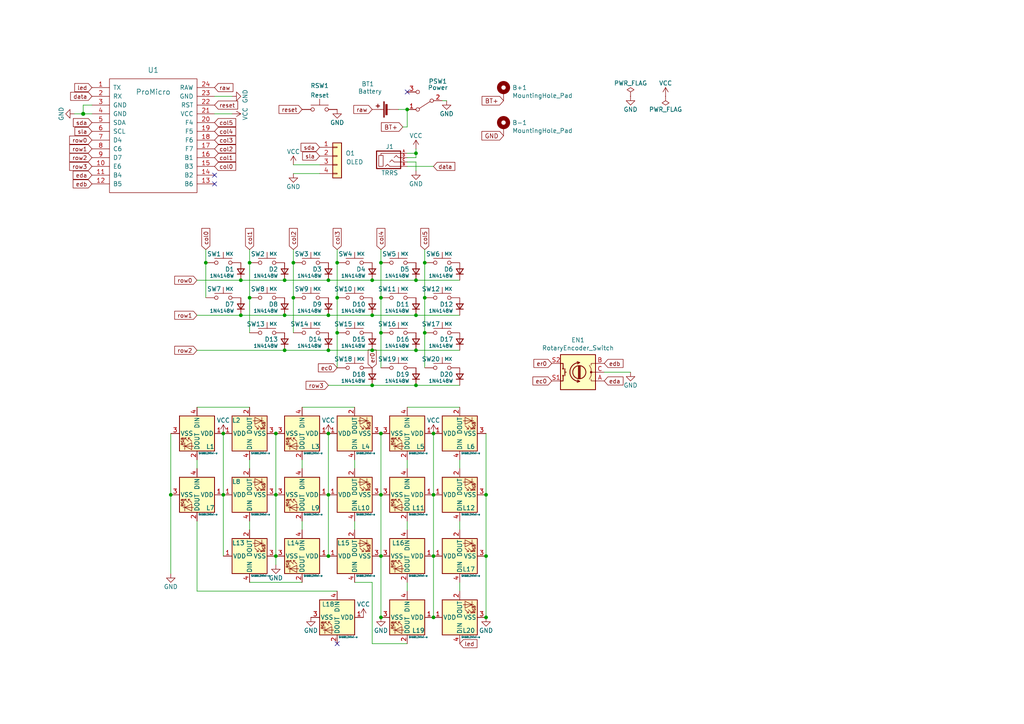
<source format=kicad_sch>
(kicad_sch (version 20211123) (generator eeschema)
  (paper "A4")
  (title_block (title "Hopper-mx") (date "2022-09-19") (rev "0.0.1"))
  (lib_symbols
    (symbol "Connector_Generic:Conn_01x04" (pin_names (offset 1.016) hide)
      (property "Reference" "J" (at 0 5.08 0))
      (property "Value" "Conn_01x04" (at 0 -7.62 0))
      (symbol "Conn_01x04_1_1"
        (rectangle (start -1.27 -4.953) (end 0 -5.207) (stroke (width 0.1524)))
        (rectangle (start -1.27 -2.413) (end 0 -2.667) (stroke (width 0.1524)))
        (rectangle (start -1.27 0.127) (end 0 -0.127) (stroke (width 0.1524)))
        (rectangle (start -1.27 2.667) (end 0 2.413) (stroke (width 0.1524)))
        (rectangle (start -1.27 3.81) (end 1.27 -6.35) (stroke (width 0.254)) (fill (type background)))
        (pin passive line (at -5.08 2.54 0) (length 3.81) (name "Pin_1") (number "1"))
        (pin passive line (at -5.08 0 0) (length 3.81) (name "Pin_2") (number "2"))
        (pin passive line (at -5.08 -2.54 0) (length 3.81) (name "Pin_3") (number "3"))
        (pin passive line (at -5.08 -5.08 0) (length 3.81) (name "Pin_4") (number "4"))
      )
    )
    (symbol "Device:Battery_Cell" (pin_numbers hide) (pin_names (offset 0) hide)
      (property "Reference" "BT" (at 2.54 2.54 0))
      (property "Value" "Battery_Cell" (at 2.54 0 0))
      (symbol "Battery_Cell_0_1"
        (rectangle (start -2.286 1.778) (end 2.286 1.524) (fill (type outline)))
        (rectangle (start -1.5748 1.1938) (end 1.4732 0.6858) (fill (type outline)))
        (polyline (pts (xy 0 0.762) (xy 0 0)))
        (polyline (pts (xy 0 1.778) (xy 0 2.54)))
        (polyline (pts (xy 0.508 3.429) (xy 1.524 3.429)) (stroke (width 0.254)))
        (polyline (pts (xy 1.016 3.937) (xy 1.016 2.921)) (stroke (width 0.254)))
      )
      (symbol "Battery_Cell_1_1"
        (pin passive line (at 0 5.08 270) (length 2.54) (name "+") (number "1"))
        (pin passive line (at 0 -2.54 90) (length 2.54) (name "-") (number "2"))
      )
    )
    (symbol "Device:D_Small" (pin_numbers hide) (pin_names (offset 0.254) hide)
      (property "Reference" "D" (at -1.27 2.032 0))
      (property "Value" "D_Small" (at -3.81 -2.032 0))
      (symbol "D_Small_0_1"
        (polyline (pts (xy -0.762 -1.016) (xy -0.762 1.016)) (stroke (width 0.254)))
        (polyline (pts (xy -0.762 0) (xy 0.762 0)))
        (polyline (pts (xy 0.762 -1.016) (xy -0.762 0) (xy 0.762 1.016) (xy 0.762 -1.016)) (stroke (width 0.254)))
      )
      (symbol "D_Small_1_1"
        (pin passive line (at -2.54 0 0) (length 1.778) (name "K") (number "1"))
        (pin passive line (at 2.54 0 180) (length 1.778) (name "A") (number "2"))
      )
    )
    (symbol "Device:RotaryEncoder_Switch" (pin_names (offset 0.254) hide)
      (property "Reference" "SW" (at 0 6.604 0))
      (property "Value" "Device_RotaryEncoder_Switch" (at 0 -6.604 0))
      (symbol "RotaryEncoder_Switch_0_1"
        (rectangle (start -5.08 5.08) (end 5.08 -5.08) (stroke (width 0.254)) (fill (type background)))
        (circle (center -3.81 0) (radius 0.254) (fill (type outline)))
        (arc (start -0.381 -2.794) (mid 2.3622 -0.0635) (end -0.381 2.667) (stroke (width 0.254)))
        (circle (center -0.381 0) (radius 1.905) (stroke (width 0.254)))
        (polyline (pts (xy -0.635 -1.778) (xy -0.635 1.778)) (stroke (width 0.254)))
        (polyline (pts (xy -0.381 -1.778) (xy -0.381 1.778)) (stroke (width 0.254)))
        (polyline (pts (xy -0.127 1.778) (xy -0.127 -1.778)) (stroke (width 0.254)))
        (polyline (pts (xy 3.81 0) (xy 3.429 0)) (stroke (width 0.254)))
        (polyline (pts (xy 3.81 1.016) (xy 3.81 -1.016)) (stroke (width 0.254)))
        (polyline (pts (xy -5.08 -2.54) (xy -3.81 -2.54) (xy -3.81 -2.032)))
        (polyline (pts (xy -5.08 2.54) (xy -3.81 2.54) (xy -3.81 2.032)))
        (polyline (pts (xy 0.254 -3.048) (xy -0.508 -2.794) (xy 0.127 -2.413)) (stroke (width 0.254)))
        (polyline (pts (xy 0.254 2.921) (xy -0.508 2.667) (xy 0.127 2.286)) (stroke (width 0.254)))
        (polyline (pts (xy 5.08 -2.54) (xy 4.318 -2.54) (xy 4.318 -1.016)) (stroke (width 0.254)))
        (polyline (pts (xy 5.08 2.54) (xy 4.318 2.54) (xy 4.318 1.016)) (stroke (width 0.254)))
        (polyline (pts (xy -5.08 0) (xy -3.81 0) (xy -3.81 -1.016) (xy -3.302 -2.032)))
        (polyline (pts (xy -4.318 0) (xy -3.81 0) (xy -3.81 1.016) (xy -3.302 2.032)))
        (circle (center 4.318 -1.016) (radius 0.127) (stroke (width 0.254)))
        (circle (center 4.318 1.016) (radius 0.127) (stroke (width 0.254)))
      )
      (symbol "RotaryEncoder_Switch_1_1"
        (pin passive line (at -7.62 2.54 0) (length 2.54) (name "A") (number "A"))
        (pin passive line (at -7.62 -2.54 0) (length 2.54) (name "B") (number "B"))
        (pin passive line (at -7.62 0 0) (length 2.54) (name "C") (number "C"))
        (pin passive line (at 7.62 2.54 180) (length 2.54) (name "S1") (number "S1"))
        (pin passive line (at 7.62 -2.54 180) (length 2.54) (name "S2") (number "S2"))
      )
    )
    (symbol "Mechanical:MountingHole_Pad" (pin_numbers hide) (pin_names (offset 1.016) hide)
      (property "Reference" "H" (at 0 6.35 0))
      (property "Value" "MountingHole_Pad" (at 0 4.445 0))
      (symbol "MountingHole_Pad_0_1"
        (circle (center 0 1.27) (radius 1.27) (stroke (width 1.27)))
      )
      (symbol "MountingHole_Pad_1_1"
        (pin input line (at 0 -2.54 90) (length 2.54) (name "1") (number "1"))
      )
    )
    (symbol "Switch:SW_Push" (pin_numbers hide) (pin_names (offset 1.016) hide)
      (property "Reference" "SW" (at 1.27 2.54 0))
      (property "Value" "SW_Push" (at 0 -1.524 0))
      (symbol "SW_Push_0_1"
        (circle (center -2.032 0) (radius 0.508))
        (polyline (pts (xy 0 1.27) (xy 0 3.048)))
        (polyline (pts (xy 2.54 1.27) (xy -2.54 1.27)))
        (circle (center 2.032 0) (radius 0.508))
        (pin passive line (at -5.08 0 0) (length 2.54) (name "1") (number "1"))
        (pin passive line (at 5.08 0 180) (length 2.54) (name "2") (number "2"))
      )
    )
    (symbol "Switch:SW_SPDT" (pin_names (offset 0) hide)
      (property "Reference" "SW" (at 0 4.318 0))
      (property "Value" "SW_SPDT" (at 0 -5.08 0))
      (symbol "SW_SPDT_0_0"
        (circle (center -2.032 0) (radius 0.508))
        (circle (center 2.032 -2.54) (radius 0.508))
      )
      (symbol "SW_SPDT_0_1"
        (polyline (pts (xy -1.524 0.254) (xy 1.651 2.286)))
        (circle (center 2.032 2.54) (radius 0.508))
      )
      (symbol "SW_SPDT_1_1"
        (pin passive line (at 5.08 2.54 180) (length 2.54) (name "A") (number "1"))
        (pin passive line (at -5.08 0 0) (length 2.54) (name "B") (number "2"))
        (pin passive line (at 5.08 -2.54 180) (length 2.54) (name "C") (number "3"))
      )
    )
    (symbol "power:GND" (power) (pin_names (offset 0))
      (property "Value" "GND" (at 0 -3.81 0))
      (symbol "GND_0_1"
        (polyline (pts (xy 0 0) (xy 0 -1.27) (xy 1.27 -1.27) (xy 0 -2.54) (xy -1.27 -1.27) (xy 0 -1.27)))
      )
      (symbol "GND_1_1"
        (pin power_in line (at 0 0 270) (length 0) hide (name "GND") (number "1"))
      )
    )
    (symbol "power:PWR_FLAG" (power) (pin_numbers hide) (pin_names (offset 0) hide)
      (property "Value" "PWR_FLAG" (at 0 3.81 0))
      (symbol "PWR_FLAG_0_0"
        (pin power_out line (at 0 0 90) (length 0) (name "pwr") (number "1"))
      )
      (symbol "PWR_FLAG_0_1"
        (polyline (pts (xy 0 0) (xy 0 1.27) (xy -1.016 1.905) (xy 0 2.54) (xy 1.016 1.905) (xy 0 1.27)))
      )
    )
    (symbol "power:VCC" (power) (pin_names (offset 0))
      (property "Value" "VCC" (at 0 3.81 0))
      (symbol "VCC_0_1"
        (polyline (pts (xy -0.762 1.27) (xy 0 2.54)))
        (polyline (pts (xy 0 0) (xy 0 2.54)))
        (polyline (pts (xy 0 2.54) (xy 0.762 1.27)))
      )
      (symbol "VCC_1_1"
        (pin power_in line (at 0 0 90) (length 0) hide (name "VCC") (number "1"))
      )
    )
    (symbol "swoop:MJ-4PP-9-kbd-corne-light-rescue" (pin_names (offset 1.016))
      (property "Reference" "J" (at 0 3.81 0))
      (property "Value" "MJ-4PP-9-kbd-corne-light-rescue" (at 0 -3.81 0))
      (symbol "MJ-4PP-9-kbd-corne-light-rescue_0_1"
        (rectangle (start -1.905 -1.905) (end -3.175 1.27))
        (polyline (pts (xy -2.54 1.27) (xy -2.54 1.905) (xy 3.175 1.905)))
        (polyline (pts (xy -1.27 -1.905) (xy -0.635 -1.27) (xy 0 -1.905) (xy 3.175 -1.905)))
        (polyline (pts (xy 0 -0.635) (xy 0.635 0) (xy 1.27 -0.635) (xy 3.175 -0.635)))
        (polyline (pts (xy 1.27 0.635) (xy 1.905 1.27) (xy 2.54 0.635) (xy 3.175 0.635)))
        (rectangle (start 3.175 2.54) (end -3.81 -2.54) (stroke (width 0.3048)))
      )
      (symbol "MJ-4PP-9-kbd-corne-light-rescue_1_1"
        (pin input line (at 5.08 1.905 180) (length 2.0066) (name "~") (number "A"))
        (pin input line (at 5.08 -1.905 180) (length 2.0066) (name "~") (number "B"))
        (pin input line (at 5.08 -0.635 180) (length 2.0066) (name "~") (number "C"))
        (pin input line (at 5.08 0.635 180) (length 2.0066) (name "~") (number "D"))
      )
    )
    (symbol "swoop:ProMicro-kbd-corne-light-rescue" (pin_names (offset 1.016))
      (property "Reference" "U" (at 0 24.13 0))
      (property "Value" "ProMicro-kbd-corne-light-rescue" (at 0 -13.97 0))
      (symbol "ProMicro-kbd-corne-light-rescue_0_1"
        (rectangle (start -12.7 21.59) (end 12.7 -11.43))
      )
      (symbol "ProMicro-kbd-corne-light-rescue_1_1"
        (pin bidirectional line (at -17.78 19.05 0) (length 5.08) (name "TX") (number "1"))
        (pin bidirectional line (at -17.78 -3.81 0) (length 5.08) (name "E6") (number "10"))
        (pin bidirectional line (at -17.78 -6.35 0) (length 5.08) (name "B4") (number "11"))
        (pin bidirectional line (at -17.78 -8.89 0) (length 5.08) (name "B5") (number "12"))
        (pin bidirectional line (at 17.78 -8.89 180) (length 5.08) (name "B6") (number "13"))
        (pin bidirectional line (at 17.78 -6.35 180) (length 5.08) (name "B2") (number "14"))
        (pin bidirectional line (at 17.78 -3.81 180) (length 5.08) (name "B3") (number "15"))
        (pin bidirectional line (at 17.78 -1.27 180) (length 5.08) (name "B1") (number "16"))
        (pin bidirectional line (at 17.78 1.27 180) (length 5.08) (name "F7") (number "17"))
        (pin bidirectional line (at 17.78 3.81 180) (length 5.08) (name "F6") (number "18"))
        (pin bidirectional line (at 17.78 6.35 180) (length 5.08) (name "F5") (number "19"))
        (pin bidirectional line (at -17.78 16.51 0) (length 5.08) (name "RX") (number "2"))
        (pin bidirectional line (at 17.78 8.89 180) (length 5.08) (name "F4") (number "20"))
        (pin power_in line (at 17.78 11.43 180) (length 5.08) (name "VCC") (number "21"))
        (pin input line (at 17.78 13.97 180) (length 5.08) (name "RST") (number "22"))
        (pin power_in line (at 17.78 16.51 180) (length 5.08) (name "GND") (number "23"))
        (pin power_out line (at 17.78 19.05 180) (length 5.08) (name "RAW") (number "24"))
        (pin power_in line (at -17.78 13.97 0) (length 5.08) (name "GND") (number "3"))
        (pin power_in line (at -17.78 11.43 0) (length 5.08) (name "GND") (number "4"))
        (pin bidirectional line (at -17.78 8.89 0) (length 5.08) (name "SDA") (number "5"))
        (pin bidirectional line (at -17.78 6.35 0) (length 5.08) (name "SCL") (number "6"))
        (pin bidirectional line (at -17.78 3.81 0) (length 5.08) (name "D4") (number "7"))
        (pin bidirectional line (at -17.78 1.27 0) (length 5.08) (name "C6") (number "8"))
        (pin bidirectional line (at -17.78 -1.27 0) (length 5.08) (name "D7") (number "9"))
      )
    )
    (symbol "swoop:SK6812MINI-E" (pin_names (offset 0.254))
      (property "Reference" "L1" (at -4.699 3.81 90))
      (property "Value" "SK6812MINI-E" (at 2.921 -5.715 90))
      (symbol "SK6812MINI-E_0_0"
        (text "RGB" (at 2.286 -4.191 0) (effects (font (size 0.762 0.762))))
      )
      (symbol "SK6812MINI-E_0_1"
        (polyline (pts (xy 1.27 -3.556) (xy 1.778 -3.556)))
        (polyline (pts (xy 1.27 -2.54) (xy 1.778 -2.54)))
        (polyline (pts (xy 4.699 -3.556) (xy 2.667 -3.556)))
        (polyline (pts (xy 2.286 -2.54) (xy 1.27 -3.556) (xy 1.27 -3.048)))
        (polyline (pts (xy 2.286 -1.524) (xy 1.27 -2.54) (xy 1.27 -2.032)))
        (polyline (pts (xy 3.683 -1.016) (xy 3.683 -3.556) (xy 3.683 -4.064)))
        (polyline (pts (xy 4.699 -1.524) (xy 2.667 -1.524) (xy 3.683 -3.556) (xy 4.699 -1.524)))
        (rectangle (start 5.08 5.08) (end -5.08 -5.08) (stroke (width 0.254)) (fill (type background)))
      )
      (symbol "SK6812MINI-E_1_1"
        (pin power_in line (at 0 7.62 270) (length 2.54) (name "VDD") (number "1"))
        (pin output line (at 7.62 0 180) (length 2.54) (name "DOUT") (number "2"))
        (pin power_in line (at 0 -7.62 90) (length 2.54) (name "VSS") (number "3"))
        (pin input line (at -7.62 0 0) (length 2.54) (name "DIN") (number "4"))
      )
    )
  )
  (junction (at 125.73 161.29))
  (junction (at 72.39 86.36))
  (junction (at 95.25 125.73))
  (junction (at 82.55 81.28))
  (junction (at 140.97 143.51))
  (junction (at 97.79 76.2))
  (junction (at 110.49 161.29))
  (junction (at 140.97 179.07))
  (junction (at 97.79 86.36))
  (junction (at 120.65 81.28))
  (junction (at 110.49 143.51))
  (junction (at 80.01 161.29))
  (junction (at 49.53 143.51))
  (junction (at 80.01 143.51))
  (junction (at 110.49 179.07))
  (junction (at 64.77 125.73))
  (junction (at 110.49 125.73))
  (junction (at 64.77 143.51))
  (junction (at 95.25 91.44))
  (junction (at 120.65 101.6))
  (junction (at 97.79 96.52))
  (junction (at 107.95 111.76))
  (junction (at 120.65 111.76))
  (junction (at 95.25 101.6))
  (junction (at 123.19 76.2))
  (junction (at 82.55 91.44))
  (junction (at 107.95 101.6))
  (junction (at 123.19 96.52))
  (junction (at 24.13 33.02) (diameter 1.016))
  (junction (at 85.09 76.2))
  (junction (at 125.73 179.07))
  (junction (at 82.55 101.6))
  (junction (at 120.65 44.45))
  (junction (at 85.09 86.36))
  (junction (at 110.49 86.36))
  (junction (at 95.25 161.29))
  (junction (at 72.39 76.2))
  (junction (at 59.69 76.2))
  (junction (at 110.49 76.2))
  (junction (at 69.85 81.28))
  (junction (at 95.25 143.51))
  (junction (at 140.97 161.29))
  (junction (at 123.19 86.36))
  (junction (at 107.95 81.28))
  (junction (at 125.73 125.73))
  (junction (at 120.65 91.44))
  (junction (at 107.95 91.44))
  (junction (at 69.85 91.44))
  (junction (at 110.49 96.52))
  (junction (at 80.01 125.73))
  (junction (at 95.25 81.28))
  (junction (at 125.73 143.51))
  (junction (at 118.11 31.75))
  (no_connect (at 118.11 26.67))
  (no_connect (at 62.23 53.34))
  (no_connect (at 97.79 186.69))
  (no_connect (at 62.23 50.8))
  (wire (pts (xy 118.11 45.72) (xy 120.65 45.72)))
  (wire (pts (xy 123.19 76.2) (xy 123.19 86.36)))
  (wire (pts (xy 85.09 76.2) (xy 85.09 86.36)))
  (wire (pts (xy 85.09 86.36) (xy 85.09 96.52)))
  (wire (pts (xy 85.09 72.39) (xy 85.09 76.2)))
  (wire (pts (xy 72.39 72.39) (xy 72.39 76.2)))
  (wire (pts (xy 72.39 76.2) (xy 72.39 86.36)))
  (wire (pts (xy 72.39 86.36) (xy 72.39 96.52)))
  (wire (pts (xy 64.77 143.51) (xy 64.77 161.29)))
  (wire (pts (xy 123.19 96.52) (xy 123.19 106.68)))
  (wire (pts (xy 125.73 143.51) (xy 125.73 161.29)))
  (wire (pts (xy 72.39 133.35) (xy 72.39 135.89)))
  (wire (pts (xy 62.23 27.94) (xy 67.31 27.94)))
  (wire (pts (xy 95.25 111.76) (xy 107.95 111.76)))
  (wire (pts (xy 80.01 161.29) (xy 80.01 163.83)))
  (wire (pts (xy 107.95 168.91) (xy 102.87 168.91)))
  (wire (pts (xy 95.25 143.51) (xy 95.25 161.29)))
  (wire (pts (xy 102.87 151.13) (xy 102.87 153.67)))
  (wire (pts (xy 95.25 125.73) (xy 95.25 143.51)))
  (wire (pts (xy 110.49 143.51) (xy 110.49 161.29)))
  (wire (pts (xy 80.01 125.73) (xy 80.01 143.51)))
  (wire (pts (xy 107.95 186.69) (xy 107.95 168.91)))
  (wire (pts (xy 125.73 161.29) (xy 125.73 179.07)))
  (wire (pts (xy 120.65 46.99) (xy 120.65 49.53)))
  (wire (pts (xy 140.97 143.51) (xy 140.97 161.29)))
  (wire (pts (xy 102.87 133.35) (xy 102.87 135.89)))
  (wire (pts (xy 118.11 118.11) (xy 133.35 118.11)))
  (wire (pts (xy 62.23 33.02) (xy 67.31 33.02)))
  (wire (pts (xy 120.65 101.6) (xy 133.35 101.6)))
  (wire (pts (xy 140.97 161.29) (xy 140.97 179.07)))
  (wire (pts (xy 97.79 96.52) (xy 97.79 106.68)))
  (wire (pts (xy 24.13 33.02) (xy 26.67 33.02)))
  (wire (pts (xy 97.79 86.36) (xy 97.79 96.52)))
  (wire (pts (xy 97.79 72.39) (xy 97.79 76.2)))
  (wire (pts (xy 97.79 76.2) (xy 97.79 86.36)))
  (wire (pts (xy 82.55 101.6) (xy 95.25 101.6)))
  (wire (pts (xy 95.25 101.6) (xy 107.95 101.6)))
  (wire (pts (xy 107.95 101.6) (xy 120.65 101.6)))
  (wire (pts (xy 57.15 101.6) (xy 82.55 101.6)))
  (wire (pts (xy 64.77 125.73) (xy 64.77 143.51)))
  (wire (pts (xy 69.85 91.44) (xy 82.55 91.44)))
  (wire (pts (xy 82.55 91.44) (xy 95.25 91.44)))
  (wire (pts (xy 107.95 91.44) (xy 120.65 91.44)))
  (wire (pts (xy 95.25 91.44) (xy 107.95 91.44)))
  (wire (pts (xy 26.67 30.48) (xy 24.13 30.48)))
  (wire (pts (xy 57.15 133.35) (xy 57.15 135.89)))
  (wire (pts (xy 87.63 118.11) (xy 102.87 118.11)))
  (wire (pts (xy 120.65 111.76) (xy 133.35 111.76)))
  (wire (pts (xy 69.85 81.28) (xy 82.55 81.28)))
  (wire (pts (xy 82.55 81.28) (xy 95.25 81.28)))
  (wire (pts (xy 107.95 81.28) (xy 120.65 81.28)))
  (wire (pts (xy 57.15 81.28) (xy 69.85 81.28)))
  (wire (pts (xy 95.25 81.28) (xy 107.95 81.28)))
  (wire (pts (xy 49.53 125.73) (xy 49.53 143.51)))
  (wire (pts (xy 107.95 111.76) (xy 120.65 111.76)))
  (wire (pts (xy 123.19 86.36) (xy 123.19 96.52)))
  (wire (pts (xy 85.09 47.8005) (xy 92.71 47.8005)))
  (wire (pts (xy 24.13 30.48) (xy 24.13 33.02)))
  (wire (pts (xy 140.97 125.73) (xy 140.97 143.51)))
  (wire (pts (xy 118.11 44.45) (xy 120.65 44.45)))
  (wire (pts (xy 118.11 36.83) (xy 118.11 31.75)))
  (wire (pts (xy 107.95 186.69) (xy 118.11 186.69)))
  (wire (pts (xy 118.11 48.26) (xy 125.73 48.26)))
  (wire (pts (xy 120.65 81.28) (xy 133.35 81.28)))
  (wire (pts (xy 115.57 31.75) (xy 118.11 31.75)))
  (wire (pts (xy 110.49 125.73) (xy 110.49 143.51)))
  (wire (pts (xy 133.35 151.13) (xy 133.35 153.67)))
  (wire (pts (xy 175.26 107.95) (xy 182.88 107.95)))
  (wire (pts (xy 87.63 133.35) (xy 87.63 135.89)))
  (wire (pts (xy 21.59 33.02) (xy 24.13 33.02)))
  (wire (pts (xy 118.11 151.13) (xy 118.11 153.67)))
  (wire (pts (xy 118.11 168.91) (xy 118.11 171.45)))
  (wire (pts (xy 118.11 133.35) (xy 118.11 135.89)))
  (wire (pts (xy 125.73 125.73) (xy 125.73 143.51)))
  (wire (pts (xy 59.69 76.2) (xy 59.69 86.36)))
  (wire (pts (xy 59.69 72.39) (xy 59.69 76.2)))
  (wire (pts (xy 110.49 96.52) (xy 110.49 106.68)))
  (wire (pts (xy 85.09 50.3405) (xy 92.71 50.3405)))
  (wire (pts (xy 49.53 143.51) (xy 49.53 166.37)))
  (wire (pts (xy 118.11 46.99) (xy 120.65 46.99)))
  (wire (pts (xy 123.19 72.39) (xy 123.19 76.2)))
  (wire (pts (xy 133.35 168.91) (xy 133.35 171.45)))
  (wire (pts (xy 120.65 45.72) (xy 120.65 44.45)))
  (wire (pts (xy 120.65 44.45) (xy 120.65 43.18)))
  (wire (pts (xy 57.15 151.13) (xy 57.15 171.45)))
  (wire (pts (xy 57.15 91.44) (xy 69.85 91.44)))
  (wire (pts (xy 128.27 29.21) (xy 129.54 29.21)))
  (wire (pts (xy 80.01 143.51) (xy 80.01 161.29)))
  (wire (pts (xy 87.63 151.13) (xy 87.63 153.67)))
  (wire (pts (xy 110.49 161.29) (xy 110.49 179.07)))
  (wire (pts (xy 120.65 91.44) (xy 133.35 91.44)))
  (wire (pts (xy 110.49 86.36) (xy 110.49 96.52)))
  (wire (pts (xy 110.49 72.39) (xy 110.49 76.2)))
  (wire (pts (xy 110.49 76.2) (xy 110.49 86.36)))
  (wire (pts (xy 133.35 133.35) (xy 133.35 135.89)))
  (wire (pts (xy 116.84 36.83) (xy 118.11 36.83)))
  (wire (pts (xy 72.39 168.91) (xy 87.63 168.91)))
  (wire (pts (xy 57.15 118.11) (xy 72.39 118.11)))
  (wire (pts (xy 72.39 151.13) (xy 72.39 153.67)))
  (wire (pts (xy 57.15 171.45) (xy 97.79 171.45)))
  (global_label "row2" (shape input) (at 26.67 45.72 180) (effects (font (size 1.1938 1.1938))) (property "Intersheet References" "${INTERSHEET_REFS}" (effects hide)))
  (global_label "raw" (shape input) (at 62.23 25.4 0) (effects (font (size 1.1938 1.1938))) (property "Intersheet References" "${INTERSHEET_REFS}" (effects hide)))
  (global_label "led" (shape input) (at 133.35 186.69 0) (effects (font (size 1.1938 1.1938))) (property "Intersheet References" "${INTERSHEET_REFS}" (effects hide)))
  (global_label "GND" (shape input) (at 146.05 39.37 180) (property "Intersheet References" "${INTERSHEET_REFS}" (effects hide)))
  (global_label "er0" (shape input) (at 160.02 105.41 180) (effects (font (size 1.1938 1.1938))) (property "Intersheet References" "${INTERSHEET_REFS}" (effects hide)))
  (global_label "row3" (shape input) (at 26.67 48.26 180) (effects (font (size 1.1938 1.1938))) (property "Intersheet References" "${INTERSHEET_REFS}" (effects hide)))
  (global_label "reset" (shape input) (at 62.23 30.48 0) (effects (font (size 1.1938 1.1938))) (property "Intersheet References" "${INTERSHEET_REFS}" (effects hide)))
  (global_label "ec0" (shape input) (at 160.02 110.49 180) (effects (font (size 1.1938 1.1938))) (property "Intersheet References" "${INTERSHEET_REFS}" (effects hide)))
  (global_label "ec0" (shape input) (at 97.79 106.68 180) (effects (font (size 1.1938 1.1938))) (property "Intersheet References" "${INTERSHEET_REFS}" (effects hide)))
  (global_label "row3" (shape input) (at 95.25 111.76 180) (effects (font (size 1.1938 1.1938))) (property "Intersheet References" "${INTERSHEET_REFS}" (effects hide)))
  (global_label "eda" (shape input) (at 26.67 50.8 180) (effects (font (size 1.1938 1.1938))) (property "Intersheet References" "${INTERSHEET_REFS}" (effects hide)))
  (global_label "sla" (shape input) (at 92.71 45.2605 180) (effects (font (size 1.1938 1.1938))) (property "Intersheet References" "${INTERSHEET_REFS}" (effects hide)))
  (global_label "row2" (shape input) (at 57.15 101.6 180) (effects (font (size 1.1938 1.1938))) (property "Intersheet References" "${INTERSHEET_REFS}" (effects hide)))
  (global_label "sla" (shape input) (at 26.67 38.1 180) (effects (font (size 1.1938 1.1938))) (property "Intersheet References" "${INTERSHEET_REFS}" (effects hide)))
  (global_label "sda" (shape input) (at 92.71 42.7205 180) (effects (font (size 1.1938 1.1938))) (property "Intersheet References" "${INTERSHEET_REFS}" (effects hide)))
  (global_label "col1" (shape input) (at 62.23 45.72 0) (effects (font (size 1.1938 1.1938))) (property "Intersheet References" "${INTERSHEET_REFS}" (effects hide)))
  (global_label "col1" (shape input) (at 72.39 72.39 90) (effects (font (size 1.1938 1.1938))) (property "Intersheet References" "${INTERSHEET_REFS}" (effects hide)))
  (global_label "er0" (shape input) (at 107.95 106.68 90) (effects (font (size 1.1938 1.1938))) (property "Intersheet References" "${INTERSHEET_REFS}" (effects hide)))
  (global_label "raw" (shape input) (at 107.95 31.75 180) (effects (font (size 1.1938 1.1938))) (property "Intersheet References" "${INTERSHEET_REFS}" (effects hide)))
  (global_label "col3" (shape input) (at 62.23 40.64 0) (effects (font (size 1.1938 1.1938))) (property "Intersheet References" "${INTERSHEET_REFS}" (effects hide)))
  (global_label "col2" (shape input) (at 62.23 43.18 0) (effects (font (size 1.1938 1.1938))) (property "Intersheet References" "${INTERSHEET_REFS}" (effects hide)))
  (global_label "led" (shape input) (at 26.67 25.4 180) (effects (font (size 1.1938 1.1938))) (property "Intersheet References" "${INTERSHEET_REFS}" (effects hide)))
  (global_label "col2" (shape input) (at 85.09 72.39 90) (effects (font (size 1.1938 1.1938))) (property "Intersheet References" "${INTERSHEET_REFS}" (effects hide)))
  (global_label "edb" (shape input) (at 26.67 53.34 180) (effects (font (size 1.1938 1.1938))) (property "Intersheet References" "${INTERSHEET_REFS}" (effects hide)))
  (global_label "data" (shape input) (at 26.67 27.94 180) (effects (font (size 1.1938 1.1938))) (property "Intersheet References" "${INTERSHEET_REFS}" (effects hide)))
  (global_label "edb" (shape input) (at 175.26 105.41 0) (effects (font (size 1.1938 1.1938))) (property "Intersheet References" "${INTERSHEET_REFS}" (effects hide)))
  (global_label "col3" (shape input) (at 97.79 72.39 90) (effects (font (size 1.1938 1.1938))) (property "Intersheet References" "${INTERSHEET_REFS}" (effects hide)))
  (global_label "col5" (shape input) (at 123.19 72.39 90) (effects (font (size 1.1938 1.1938))) (property "Intersheet References" "${INTERSHEET_REFS}" (effects hide)))
  (global_label "row1" (shape input) (at 26.67 43.18 180) (effects (font (size 1.1938 1.1938))) (property "Intersheet References" "${INTERSHEET_REFS}" (effects hide)))
  (global_label "col5" (shape input) (at 62.23 35.56 0) (effects (font (size 1.1938 1.1938))) (property "Intersheet References" "${INTERSHEET_REFS}" (effects hide)))
  (global_label "sda" (shape input) (at 26.67 35.56 180) (effects (font (size 1.1938 1.1938))) (property "Intersheet References" "${INTERSHEET_REFS}" (effects hide)))
  (global_label "col4" (shape input) (at 110.49 72.39 90) (effects (font (size 1.1938 1.1938))) (property "Intersheet References" "${INTERSHEET_REFS}" (effects hide)))
  (global_label "col0" (shape input) (at 59.69 72.39 90) (effects (font (size 1.1938 1.1938))) (property "Intersheet References" "${INTERSHEET_REFS}" (effects hide)))
  (global_label "reset" (shape input) (at 87.63 31.75 180) (effects (font (size 1.1938 1.1938))) (property "Intersheet References" "${INTERSHEET_REFS}" (effects hide)))
  (global_label "row0" (shape input) (at 57.15 81.28 180) (effects (font (size 1.1938 1.1938))) (property "Intersheet References" "${INTERSHEET_REFS}" (effects hide)))
  (global_label "data" (shape input) (at 125.73 48.26 0) (effects (font (size 1.1938 1.1938))) (property "Intersheet References" "${INTERSHEET_REFS}" (effects hide)))
  (global_label "col0" (shape input) (at 62.23 48.26 0) (effects (font (size 1.1938 1.1938))) (property "Intersheet References" "${INTERSHEET_REFS}" (effects hide)))
  (global_label "col4" (shape input) (at 62.23 38.1 0) (effects (font (size 1.1938 1.1938))) (property "Intersheet References" "${INTERSHEET_REFS}" (effects hide)))
  (global_label "row0" (shape input) (at 26.67 40.64 180) (effects (font (size 1.1938 1.1938))) (property "Intersheet References" "${INTERSHEET_REFS}" (effects hide)))
  (global_label "BT+" (shape input) (at 146.05 29.21 180) (property "Intersheet References" "${INTERSHEET_REFS}" (effects hide)))
  (global_label "row1" (shape input) (at 57.15 91.44 180) (effects (font (size 1.1938 1.1938))) (property "Intersheet References" "${INTERSHEET_REFS}" (effects hide)))
  (global_label "BT+" (shape input) (at 116.84 36.83 180) (property "Intersheet References" "${INTERSHEET_REFS}" (effects hide)))
  (global_label "eda" (shape input) (at 175.26 110.49 0) (effects (font (size 1.1938 1.1938))) (property "Intersheet References" "${INTERSHEET_REFS}" (effects hide)))
  (symbol (lib_id "swoop:ProMicro-kbd-corne-light-rescue") (at 44.45 44.45 0) (unit 1)
    (property "Reference" "U1" (at 44.45 20.32 0) (effects (font (size 1.524 1.524))))
    (property "Value" "ProMicro" (at 44.45 26.67 0) (effects (font (size 1.524 1.524))))
    (property "Footprint" "swoop:ProMicro_jumpers" (effects hide))
  )
  (symbol (lib_id "power:GND") (at 67.31 27.94 90) (unit 1)
    (property "Reference" "#PWR03" (effects hide))
    (property "Value" "GND" (at 71.12 27.94 0))
  )
  (symbol (lib_id "power:VCC") (at 67.31 33.02 270) (unit 1)
    (property "Reference" "#PWR05" (effects hide))
    (property "Value" "VCC" (at 71.12 33.02 0))
  )
  (symbol (lib_id "power:GND") (at 21.59 33.02 270) (unit 1)
    (property "Reference" "#PWR04" (effects hide))
    (property "Value" "GND" (at 17.78 33.02 0))
  )
  (symbol (lib_id "power:GND") (at 182.88 27.94 0) (unit 1)
    (property "Reference" "#PWR01" (effects hide))
    (property "Value" "GND" (at 182.88 31.75 0))
  )
  (symbol (lib_id "power:VCC") (at 193.04 27.94 0) (unit 1)
    (property "Reference" "#PWR02" (effects hide))
    (property "Value" "VCC" (at 193.04 24.13 0))
  )
  (symbol (lib_id "power:PWR_FLAG") (at 193.04 27.94 180) (unit 1)
    (property "Reference" "#FLG02" (effects hide))
    (property "Value" "PWR_FLAG" (at 193.04 31.75 0))
  )
  (symbol (lib_id "power:PWR_FLAG") (at 182.88 27.94 0) (unit 1)
    (property "Reference" "#FLG01" (effects hide))
    (property "Value" "PWR_FLAG" (at 182.88 24.13 0))
  )
  (symbol (lib_id "power:VCC") (at 120.65 43.18 0) (unit 1)
    (property "Reference" "#PWR06" (effects hide))
    (property "Value" "VCC" (at 120.65 39.37 0))
  )
  (symbol (lib_id "power:GND") (at 120.65 49.53 0) (unit 1)
    (property "Reference" "#PWR08" (effects hide))
    (property "Value" "GND" (at 120.65 53.34 0))
  )
  (symbol (lib_id "swoop:MJ-4PP-9-kbd-corne-light-rescue") (at 113.03 46.355 0) (unit 1)
    (property "Reference" "J1" (at 113.03 42.545 0))
    (property "Value" "TRRS" (at 113.03 50.165 0))
    (property "Footprint" "swoop:TRRS-3pin" (effects hide))
  )
  (symbol (lib_id "Device:D_Small") (at 107.95 78.74 90) (unit 1)
    (property "Reference" "D4" (at 106.045 78.105 90) (effects (justify left)))
    (property "Value" " 1N4148W" (at 106.045 80.01 90) (effects (font (size 1 1)) (justify left)))
    (property "Footprint" "swoop:D_SMD_TH" (effects hide))
  )
  (symbol (lib_id "power:GND") (at 110.49 179.07 0) (unit 1)
    (property "Reference" "#PWR0103" (effects hide))
    (property "Value" "GND" (at 110.49 182.88 0))
  )
  (symbol (lib_id "Device:D_Small") (at 82.55 78.74 90) (unit 1)
    (property "Reference" "D2" (at 80.645 78.105 90) (effects (justify left)))
    (property "Value" " 1N4148W" (at 80.645 80.01 90) (effects (font (size 1 1)) (justify left)))
    (property "Footprint" "swoop:D_SMD_TH" (effects hide))
  )
  (symbol (lib_id "power:VCC") (at 95.25 125.73 0) (unit 1)
    (property "Reference" "#PWR0108" (effects hide))
    (property "Value" "VCC" (at 95.25 121.92 0))
  )
  (symbol (lib_id "Switch:SW_Push") (at 92.71 31.75 0) (unit 1)
    (property "Reference" "RSW1" (at 92.71 24.8625 0))
    (property "Value" "Reset" (at 92.71 27.6376 0))
    (property "Footprint" "swoop:Reset" (effects hide))
  )
  (symbol (lib_id "Device:D_Small") (at 69.85 88.9 90) (unit 1)
    (property "Reference" "D7" (at 67.945 88.265 90) (effects (justify left)))
    (property "Value" " 1N4148W" (at 67.945 90.17 90) (effects (font (size 1 1)) (justify left)))
    (property "Footprint" "swoop:D_SMD_TH" (effects hide))
  )
  (symbol (lib_id "swoop:SK6812MINI-E") (at 57.15 125.73 270) (unit 1)
    (property "Reference" "L1" (at 62.23 129.54 90) (effects (justify right)))
    (property "Value" "SK6812Mini-e" (at 60.325 131.445 90) (effects (font (size 0.5 0.5))))
    (property "Footprint" "swoop:SK6812_Mini_E" (effects hide))
    (property "JLCPCB BOM" "0" (effects hide))
  )
  (symbol (lib_id "swoop:SK6812MINI-E") (at 133.35 143.51 90) (unit 1)
    (property "Reference" "L12" (at 137.795 147.32 90) (effects (justify left)))
    (property "Value" "SK6812Mini-e" (at 136.525 149.225 90) (effects (font (size 0.5 0.5))))
    (property "Footprint" "swoop:SK6812_Mini_E" (effects hide))
    (property "JLCPCB BOM" "0" (effects hide))
  )
  (symbol (lib_id "Device:D_Small") (at 120.65 88.9 90) (unit 1)
    (property "Reference" "D11" (at 118.745 88.265 90) (effects (justify left)))
    (property "Value" " 1N4148W" (at 118.745 90.17 90) (effects (font (size 1 1)) (justify left)))
    (property "Footprint" "swoop:D_SMD_TH" (effects hide))
  )
  (symbol (lib_id "Device:D_Small") (at 95.25 88.9 90) (unit 1)
    (property "Reference" "D9" (at 93.345 88.265 90) (effects (justify left)))
    (property "Value" " 1N4148W" (at 93.345 90.17 90) (effects (font (size 1 1)) (justify left)))
    (property "Footprint" "swoop:D_SMD_TH" (effects hide))
  )
  (symbol (lib_id "power:GND") (at 129.54 29.21 0) (unit 1)
    (property "Reference" "#PWR0101" (effects hide))
    (property "Value" "GND" (at 129.54 33.02 0))
  )
  (symbol (lib_id "Switch:SW_Push") (at 128.27 96.52 0) (unit 1)
    (property "Reference" "SW17" (at 127.635 93.98 0) (effects (justify right)))
    (property "Value" "MX" (at 128.905 93.98 0) (effects (font (size 1 1)) (justify left)))
    (property "Footprint" "swoop:MX_socket_reversible" (effects hide))
  )
  (symbol (lib_id "Device:D_Small") (at 107.95 88.9 90) (unit 1)
    (property "Reference" "D10" (at 106.045 88.265 90) (effects (justify left)))
    (property "Value" " 1N4148W" (at 106.045 90.17 90) (effects (font (size 1 1)) (justify left)))
    (property "Footprint" "swoop:D_SMD_TH" (effects hide))
  )
  (symbol (lib_id "Switch:SW_Push") (at 64.77 76.2 0) (unit 1)
    (property "Reference" "SW1" (at 64.135 73.66 0) (effects (justify right)))
    (property "Value" "MX" (at 65.405 73.66 0) (effects (font (size 1 1)) (justify left)))
    (property "Footprint" "swoop:MX_socket_reversible" (effects hide))
  )
  (symbol (lib_id "swoop:SK6812MINI-E") (at 118.11 179.07 270) (unit 1)
    (property "Reference" "L19" (at 123.19 182.88 90) (effects (justify right)))
    (property "Value" "SK6812Mini-e" (at 121.285 184.785 90) (effects (font (size 0.5 0.5))))
    (property "Footprint" "swoop:SK6812_Mini_E" (effects hide))
    (property "JLCPCB BOM" "0" (effects hide))
  )
  (symbol (lib_id "Switch:SW_Push") (at 90.17 96.52 0) (unit 1)
    (property "Reference" "SW14" (at 89.535 93.98 0) (effects (justify right)))
    (property "Value" "MX" (at 90.805 93.98 0) (effects (font (size 1 1)) (justify left)))
    (property "Footprint" "swoop:MX_socket_reversible" (effects hide))
  )
  (symbol (lib_id "swoop:SK6812MINI-E") (at 102.87 125.73 90) (unit 1)
    (property "Reference" "L4" (at 107.315 129.54 90) (effects (justify left)))
    (property "Value" "SK6812Mini-e" (at 106.045 131.445 90) (effects (font (size 0.5 0.5))))
    (property "Footprint" "swoop:SK6812_Mini_E" (effects hide))
    (property "JLCPCB BOM" "0" (effects hide))
  )
  (symbol (lib_id "swoop:SK6812MINI-E") (at 57.15 143.51 270) (unit 1)
    (property "Reference" "L7" (at 62.23 147.32 90) (effects (justify right)))
    (property "Value" "SK6812Mini-e" (at 60.325 149.225 90) (effects (font (size 0.5 0.5))))
    (property "Footprint" "swoop:SK6812_Mini_E" (effects hide))
    (property "JLCPCB BOM" "0" (effects hide))
  )
  (symbol (lib_id "Switch:SW_Push") (at 128.27 106.68 0) (unit 1)
    (property "Reference" "SW20" (at 127.635 104.14 0) (effects (justify right)))
    (property "Value" "MX" (at 128.905 104.14 0) (effects (font (size 1 1)) (justify left)))
    (property "Footprint" "swoop:MX_socket_reversible" (effects hide))
  )
  (symbol (lib_id "Switch:SW_Push") (at 102.87 76.2 0) (unit 1)
    (property "Reference" "SW4" (at 102.235 73.66 0) (effects (justify right)))
    (property "Value" "MX" (at 103.505 73.66 0) (effects (font (size 1 1)) (justify left)))
    (property "Footprint" "swoop:MX_socket_reversible" (effects hide))
  )
  (symbol (lib_id "swoop:SK6812MINI-E") (at 133.35 125.73 90) (unit 1)
    (property "Reference" "L6" (at 137.795 129.54 90) (effects (justify left)))
    (property "Value" "SK6812Mini-e" (at 136.525 131.445 90) (effects (font (size 0.5 0.5))))
    (property "Footprint" "swoop:SK6812_Mini_E" (effects hide))
    (property "JLCPCB BOM" "0" (effects hide))
  )
  (symbol (lib_id "Mechanical:MountingHole_Pad") (at 146.05 26.67 0) (unit 1)
    (property "Reference" "B+1" (at 148.59 25.4254 0) (effects (justify left)))
    (property "Value" "MountingHole_Pad" (at 148.59 27.7368 0) (effects (justify left)))
    (property "Footprint" "keyboard-footprints-main:Bat+" (effects hide))
  )
  (symbol (lib_id "swoop:SK6812MINI-E") (at 87.63 125.73 270) (unit 1)
    (property "Reference" "L3" (at 92.71 129.54 90) (effects (justify right)))
    (property "Value" "SK6812Mini-e" (at 90.805 131.445 90) (effects (font (size 0.5 0.5))))
    (property "Footprint" "swoop:SK6812_Mini_E" (effects hide))
    (property "JLCPCB BOM" "0" (effects hide))
  )
  (symbol (lib_id "Device:D_Small") (at 133.35 109.22 90) (unit 1)
    (property "Reference" "D20" (at 131.445 108.585 90) (effects (justify left)))
    (property "Value" " 1N4148W" (at 131.445 110.49 90) (effects (font (size 1 1)) (justify left)))
    (property "Footprint" "swoop:D_SMD_TH" (effects hide))
  )
  (symbol (lib_id "swoop:SK6812MINI-E") (at 118.11 143.51 270) (unit 1)
    (property "Reference" "L11" (at 123.19 147.32 90) (effects (justify right)))
    (property "Value" "SK6812Mini-e" (at 121.285 149.225 90) (effects (font (size 0.5 0.5))))
    (property "Footprint" "swoop:SK6812_Mini_E" (effects hide))
    (property "JLCPCB BOM" "0" (effects hide))
  )
  (symbol (lib_id "swoop:SK6812MINI-E") (at 102.87 143.51 90) (unit 1)
    (property "Reference" "L10" (at 107.315 147.32 90) (effects (justify left)))
    (property "Value" "SK6812Mini-e" (at 106.045 149.225 90) (effects (font (size 0.5 0.5))))
    (property "Footprint" "swoop:SK6812_Mini_E" (effects hide))
    (property "JLCPCB BOM" "0" (effects hide))
  )
  (symbol (lib_id "Switch:SW_Push") (at 128.27 86.36 0) (unit 1)
    (property "Reference" "SW12" (at 127.635 83.82 0) (effects (justify right)))
    (property "Value" "MX" (at 128.905 83.82 0) (effects (font (size 1 1)) (justify left)))
    (property "Footprint" "swoop:MX_socket_reversible" (effects hide))
  )
  (symbol (lib_id "power:GND") (at 80.01 163.83 0) (unit 1)
    (property "Reference" "#PWR0113" (effects hide))
    (property "Value" "GND" (at 80.01 167.64 0))
  )
  (symbol (lib_id "Switch:SW_Push") (at 102.87 96.52 0) (unit 1)
    (property "Reference" "SW15" (at 102.235 93.98 0) (effects (justify right)))
    (property "Value" "MX" (at 103.505 93.98 0) (effects (font (size 1 1)) (justify left)))
    (property "Footprint" "swoop:MX_socket_reversible" (effects hide))
  )
  (symbol (lib_id "power:VCC") (at 125.73 125.73 0) (unit 1)
    (property "Reference" "#PWR0107" (effects hide))
    (property "Value" "VCC" (at 125.73 121.92 0))
  )
  (symbol (lib_id "Switch:SW_Push") (at 115.57 106.68 0) (unit 1)
    (property "Reference" "SW19" (at 114.935 104.14 0) (effects (justify right)))
    (property "Value" "MX" (at 116.205 104.14 0) (effects (font (size 1 1)) (justify left)))
    (property "Footprint" "swoop:MX_socket_reversible" (effects hide))
  )
  (symbol (lib_id "Device:Battery_Cell") (at 113.03 31.75 90) (unit 1)
    (property "Reference" "BT1" (at 106.68 24.3544 90))
    (property "Value" "Battery" (at 107.315 26.4945 90))
    (property "Footprint" "swoop:Battery_pads_reversible" (effects hide))
  )
  (symbol (lib_id "swoop:SK6812MINI-E") (at 102.87 161.29 90) (unit 1)
    (property "Reference" "L15" (at 97.79 157.48 90) (effects (justify right)))
    (property "Value" "SK6812Mini-e" (at 106.045 167.005 90) (effects (font (size 0.5 0.5))))
    (property "Footprint" "swoop:SK6812_Mini_E" (effects hide))
    (property "JLCPCB BOM" "0" (effects hide))
  )
  (symbol (lib_id "Device:D_Small") (at 95.25 99.06 90) (unit 1)
    (property "Reference" "D14" (at 93.345 98.425 90) (effects (justify left)))
    (property "Value" " 1N4148W" (at 93.345 100.33 90) (effects (font (size 1 1)) (justify left)))
    (property "Footprint" "swoop:D_SMD_TH" (effects hide))
  )
  (symbol (lib_id "swoop:SK6812MINI-E") (at 133.35 179.07 90) (unit 1)
    (property "Reference" "L20" (at 137.795 182.88 90) (effects (justify left)))
    (property "Value" "SK6812Mini-e" (at 136.525 184.785 90) (effects (font (size 0.5 0.5))))
    (property "Footprint" "swoop:SK6812_Mini_E" (effects hide))
    (property "JLCPCB BOM" "0" (effects hide))
  )
  (symbol (lib_id "Switch:SW_Push") (at 77.47 76.2 0) (unit 1)
    (property "Reference" "SW2" (at 76.835 73.66 0) (effects (justify right)))
    (property "Value" "MX" (at 78.105 73.66 0) (effects (font (size 1 1)) (justify left)))
    (property "Footprint" "swoop:MX_socket_reversible" (effects hide))
  )
  (symbol (lib_id "Switch:SW_Push") (at 90.17 86.36 0) (unit 1)
    (property "Reference" "SW9" (at 89.535 83.82 0) (effects (justify right)))
    (property "Value" "MX" (at 90.805 83.82 0) (effects (font (size 1 1)) (justify left)))
    (property "Footprint" "swoop:MX_socket_reversible" (effects hide))
  )
  (symbol (lib_id "Device:D_Small") (at 120.65 109.22 90) (unit 1)
    (property "Reference" "D19" (at 118.745 108.585 90) (effects (justify left)))
    (property "Value" " 1N4148W" (at 118.745 110.49 90) (effects (font (size 1 1)) (justify left)))
    (property "Footprint" "swoop:D_SMD_TH" (effects hide))
  )
  (symbol (lib_id "Switch:SW_Push") (at 115.57 96.52 0) (unit 1)
    (property "Reference" "SW16" (at 114.935 93.98 0) (effects (justify right)))
    (property "Value" "MX" (at 116.205 93.98 0) (effects (font (size 1 1)) (justify left)))
    (property "Footprint" "swoop:MX_socket_reversible" (effects hide))
  )
  (symbol (lib_id "Device:D_Small") (at 133.35 99.06 90) (unit 1)
    (property "Reference" "D17" (at 131.445 98.425 90) (effects (justify left)))
    (property "Value" " 1N4148W" (at 131.445 100.33 90) (effects (font (size 1 1)) (justify left)))
    (property "Footprint" "swoop:D_SMD_TH" (effects hide))
  )
  (symbol (lib_id "power:GND") (at 85.09 50.3405 0) (unit 1)
    (property "Reference" "#PWR0104" (effects hide))
    (property "Value" "GND" (at 85.09 54.1505 0))
  )
  (symbol (lib_id "power:GND") (at 49.53 166.37 0) (unit 1)
    (property "Reference" "#PWR0110" (effects hide))
    (property "Value" "GND" (at 49.53 170.18 0))
  )
  (symbol (lib_id "swoop:SK6812MINI-E") (at 133.35 161.29 90) (unit 1)
    (property "Reference" "L17" (at 137.795 165.1 90) (effects (justify left)))
    (property "Value" "SK6812Mini-e" (at 136.525 167.005 90) (effects (font (size 0.5 0.5))))
    (property "Footprint" "swoop:SK6812_Mini_E" (effects hide))
    (property "JLCPCB BOM" "0" (effects hide))
  )
  (symbol (lib_id "power:GND") (at 140.97 179.07 0) (unit 1)
    (property "Reference" "#PWR028" (effects hide))
    (property "Value" "GND" (at 140.97 182.88 0))
  )
  (symbol (lib_id "Switch:SW_Push") (at 115.57 76.2 0) (unit 1)
    (property "Reference" "SW5" (at 114.935 73.66 0) (effects (justify right)))
    (property "Value" "MX" (at 116.205 73.66 0) (effects (font (size 1 1)) (justify left)))
    (property "Footprint" "swoop:MX_socket_reversible" (effects hide))
  )
  (symbol (lib_id "power:GND") (at 182.88 107.95 0) (unit 1)
    (property "Reference" "#PWR0106" (effects hide))
    (property "Value" "GND" (at 182.88 111.76 0))
  )
  (symbol (lib_id "swoop:SK6812MINI-E") (at 87.63 143.51 270) (unit 1)
    (property "Reference" "L9" (at 92.71 147.32 90) (effects (justify right)))
    (property "Value" "SK6812Mini-e" (at 90.805 149.225 90) (effects (font (size 0.5 0.5))))
    (property "Footprint" "swoop:SK6812_Mini_E" (effects hide))
    (property "JLCPCB BOM" "0" (effects hide))
  )
  (symbol (lib_id "Device:D_Small") (at 120.65 78.74 90) (unit 1)
    (property "Reference" "D5" (at 118.745 78.105 90) (effects (justify left)))
    (property "Value" " 1N4148W" (at 118.745 80.01 90) (effects (font (size 1 1)) (justify left)))
    (property "Footprint" "swoop:D_SMD_TH" (effects hide))
  )
  (symbol (lib_id "swoop:SK6812MINI-E") (at 72.39 161.29 90) (unit 1)
    (property "Reference" "L13" (at 67.31 157.48 90) (effects (justify right)))
    (property "Value" "SK6812Mini-e" (at 75.565 167.005 90) (effects (font (size 0.5 0.5))))
    (property "Footprint" "swoop:SK6812_Mini_E" (effects hide))
    (property "JLCPCB BOM" "0" (effects hide))
  )
  (symbol (lib_id "Switch:SW_Push") (at 102.87 86.36 0) (unit 1)
    (property "Reference" "SW10" (at 102.235 83.82 0) (effects (justify right)))
    (property "Value" "MX" (at 103.505 83.82 0) (effects (font (size 1 1)) (justify left)))
    (property "Footprint" "swoop:MX_socket_reversible" (effects hide))
  )
  (symbol (lib_id "Switch:SW_Push") (at 90.17 76.2 0) (unit 1)
    (property "Reference" "SW3" (at 89.535 73.66 0) (effects (justify right)))
    (property "Value" "MX" (at 90.805 73.66 0) (effects (font (size 1 1)) (justify left)))
    (property "Footprint" "swoop:MX_socket_reversible" (effects hide))
  )
  (symbol (lib_id "Switch:SW_Push") (at 77.47 96.52 0) (unit 1)
    (property "Reference" "SW13" (at 76.835 93.98 0) (effects (justify right)))
    (property "Value" "MX" (at 78.105 93.98 0) (effects (font (size 1 1)) (justify left)))
    (property "Footprint" "swoop:MX_socket_reversible" (effects hide))
  )
  (symbol (lib_id "Device:RotaryEncoder_Switch") (at 167.64 107.95 180) (unit 1)
    (property "Reference" "EN1" (at 167.64 98.6282 0))
    (property "Value" "RotaryEncoder_Switch" (at 167.64 100.9396 0))
    (property "Footprint" "swoop:RotaryEncoder" (effects hide))
  )
  (symbol (lib_id "Device:D_Small") (at 69.85 78.74 90) (unit 1)
    (property "Reference" "D1" (at 67.945 78.105 90) (effects (justify left)))
    (property "Value" " 1N4148W" (at 67.945 80.01 90) (effects (font (size 1 1)) (justify left)))
    (property "Footprint" "swoop:D_SMD_TH" (effects hide))
  )
  (symbol (lib_id "swoop:SK6812MINI-E") (at 72.39 143.51 90) (unit 1)
    (property "Reference" "L8" (at 67.31 139.7 90) (effects (justify right)))
    (property "Value" "SK6812Mini-e" (at 75.565 149.225 90) (effects (font (size 0.5 0.5))))
    (property "Footprint" "swoop:SK6812_Mini_E" (effects hide))
    (property "JLCPCB BOM" "0" (effects hide))
  )
  (symbol (lib_id "power:VCC") (at 105.41 179.07 0) (unit 1)
    (property "Reference" "#PWR0112" (effects hide))
    (property "Value" "VCC" (at 105.41 175.26 0))
  )
  (symbol (lib_id "Device:D_Small") (at 82.55 88.9 90) (unit 1)
    (property "Reference" "D8" (at 80.645 88.265 90) (effects (justify left)))
    (property "Value" " 1N4148W" (at 80.645 90.17 90) (effects (font (size 1 1)) (justify left)))
    (property "Footprint" "swoop:D_SMD_TH" (effects hide))
  )
  (symbol (lib_id "Connector_Generic:Conn_01x04") (at 97.79 45.2605 0) (unit 1)
    (property "Reference" "O1" (at 101.6 44.45 0))
    (property "Value" "OLED" (at 102.87 46.99 0))
    (property "Footprint" "swoop:OLED_jumpers" (effects hide))
  )
  (symbol (lib_id "Mechanical:MountingHole_Pad") (at 146.05 36.83 0) (unit 1)
    (property "Reference" "B-1" (at 148.59 35.5854 0) (effects (justify left)))
    (property "Value" "MountingHole_Pad" (at 148.59 37.8968 0) (effects (justify left)))
    (property "Footprint" "keyboard-footprints-main:Bat-" (effects hide))
  )
  (symbol (lib_id "Switch:SW_Push") (at 115.57 86.36 0) (unit 1)
    (property "Reference" "SW11" (at 114.935 83.82 0) (effects (justify right)))
    (property "Value" "MX" (at 116.205 83.82 0) (effects (font (size 1 1)) (justify left)))
    (property "Footprint" "swoop:MX_socket_reversible" (effects hide))
  )
  (symbol (lib_id "swoop:SK6812MINI-E") (at 87.63 161.29 270) (unit 1)
    (property "Reference" "L14" (at 83.185 157.48 90) (effects (justify left)))
    (property "Value" "SK6812Mini-e" (at 90.805 167.005 90) (effects (font (size 0.5 0.5))))
    (property "Footprint" "swoop:SK6812_Mini_E" (effects hide))
    (property "JLCPCB BOM" "0" (effects hide))
  )
  (symbol (lib_id "Device:D_Small") (at 133.35 88.9 90) (unit 1)
    (property "Reference" "D12" (at 131.445 88.265 90) (effects (justify left)))
    (property "Value" " 1N4148W" (at 131.445 90.17 90) (effects (font (size 1 1)) (justify left)))
    (property "Footprint" "swoop:D_SMD_TH" (effects hide))
  )
  (symbol (lib_id "Switch:SW_Push") (at 64.77 86.36 0) (unit 1)
    (property "Reference" "SW7" (at 64.135 83.82 0) (effects (justify right)))
    (property "Value" "MX" (at 65.405 83.82 0) (effects (font (size 1 1)) (justify left)))
    (property "Footprint" "swoop:MX_socket_reversible" (effects hide))
  )
  (symbol (lib_id "Switch:SW_Push") (at 102.87 106.68 0) (unit 1)
    (property "Reference" "SW18" (at 102.235 104.14 0) (effects (justify right)))
    (property "Value" "MX" (at 103.505 104.14 0) (effects (font (size 1 1)) (justify left)))
    (property "Footprint" "swoop:MX_socket_reversible" (effects hide))
  )
  (symbol (lib_id "power:GND") (at 97.79 31.75 0) (unit 1)
    (property "Reference" "#PWR0102" (effects hide))
    (property "Value" "GND" (at 97.79 35.56 0))
  )
  (symbol (lib_id "power:VCC") (at 64.77 125.73 0) (unit 1)
    (property "Reference" "#PWR0109" (effects hide))
    (property "Value" "VCC" (at 64.77 121.92 0))
  )
  (symbol (lib_id "Device:D_Small") (at 120.65 99.06 90) (unit 1)
    (property "Reference" "D16" (at 118.745 98.425 90) (effects (justify left)))
    (property "Value" " 1N4148W" (at 118.745 100.33 90) (effects (font (size 1 1)) (justify left)))
    (property "Footprint" "swoop:D_SMD_TH" (effects hide))
  )
  (symbol (lib_id "Device:D_Small") (at 82.55 99.06 90) (unit 1)
    (property "Reference" "D13" (at 80.645 98.425 90) (effects (justify left)))
    (property "Value" " 1N4148W" (at 80.645 100.33 90) (effects (font (size 1 1)) (justify left)))
    (property "Footprint" "swoop:D_SMD_TH" (effects hide))
  )
  (symbol (lib_id "swoop:SK6812MINI-E") (at 97.79 179.07 270) (unit 1)
    (property "Reference" "L18" (at 93.345 175.26 90) (effects (justify left)))
    (property "Value" "SK6812Mini-e" (at 100.965 184.785 90) (effects (font (size 0.5 0.5))))
    (property "Footprint" "swoop:SK6812_Mini_E" (effects hide))
    (property "JLCPCB BOM" "0" (effects hide))
  )
  (symbol (lib_id "Device:D_Small") (at 133.35 78.74 90) (unit 1)
    (property "Reference" "D6" (at 131.445 78.105 90) (effects (justify left)))
    (property "Value" " 1N4148W" (at 131.445 80.01 90) (effects (font (size 1 1)) (justify left)))
    (property "Footprint" "swoop:D_SMD_TH" (effects hide))
  )
  (symbol (lib_id "swoop:SK6812MINI-E") (at 118.11 125.73 270) (unit 1)
    (property "Reference" "L5" (at 123.19 129.54 90) (effects (justify right)))
    (property "Value" "SK6812Mini-e" (at 121.285 131.445 90) (effects (font (size 0.5 0.5))))
    (property "Footprint" "swoop:SK6812_Mini_E" (effects hide))
    (property "JLCPCB BOM" "0" (effects hide))
  )
  (symbol (lib_id "Switch:SW_Push") (at 128.27 76.2 0) (unit 1)
    (property "Reference" "SW6" (at 127.635 73.66 0) (effects (justify right)))
    (property "Value" "MX" (at 128.905 73.66 0) (effects (font (size 1 1)) (justify left)))
    (property "Footprint" "swoop:MX_socket_reversible" (effects hide))
  )
  (symbol (lib_id "power:GND") (at 90.17 179.07 0) (unit 1)
    (property "Reference" "#PWR0111" (effects hide))
    (property "Value" "GND" (at 90.17 182.88 0))
  )
  (symbol (lib_id "Device:D_Small") (at 107.95 99.06 90) (unit 1)
    (property "Reference" "D15" (at 106.045 98.425 90) (effects (justify left)))
    (property "Value" " 1N4148W" (at 106.045 100.33 90) (effects (font (size 1 1)) (justify left)))
    (property "Footprint" "swoop:D_SMD_TH" (effects hide))
  )
  (symbol (lib_id "Device:D_Small") (at 107.95 109.22 90) (unit 1)
    (property "Reference" "D18" (at 106.045 108.585 90) (effects (justify left)))
    (property "Value" " 1N4148W" (at 106.045 110.49 90) (effects (font (size 1 1)) (justify left)))
    (property "Footprint" "swoop:D_SMD_TH" (effects hide))
  )
  (symbol (lib_id "swoop:SK6812MINI-E") (at 72.39 125.73 90) (unit 1)
    (property "Reference" "L2" (at 67.31 121.92 90) (effects (justify right)))
    (property "Value" "SK6812Mini-e" (at 75.565 131.445 90) (effects (font (size 0.5 0.5))))
    (property "Footprint" "swoop:SK6812_Mini_E" (effects hide))
    (property "JLCPCB BOM" "0" (effects hide))
  )
  (symbol (lib_id "swoop:SK6812MINI-E") (at 118.11 161.29 270) (unit 1)
    (property "Reference" "L16" (at 113.665 157.48 90) (effects (justify left)))
    (property "Value" "SK6812Mini-e" (at 121.285 167.005 90) (effects (font (size 0.5 0.5))))
    (property "Footprint" "swoop:SK6812_Mini_E" (effects hide))
    (property "JLCPCB BOM" "0" (effects hide))
  )
  (symbol (lib_id "Switch:SW_SPDT") (at 123.19 29.21 180) (unit 1)
    (property "Reference" "PSW1" (at 127 23.5924 0))
    (property "Value" "Power" (at 127 25.4 0))
    (property "Footprint" "swoop:Power" (effects hide))
  )
  (symbol (lib_id "power:VCC") (at 85.09 47.8005 0) (unit 1)
    (property "Reference" "#PWR0105" (effects hide))
    (property "Value" "VCC" (at 85.09 43.9905 0))
  )
  (symbol (lib_id "Device:D_Small") (at 95.25 78.74 90) (unit 1)
    (property "Reference" "D3" (at 93.345 78.105 90) (effects (justify left)))
    (property "Value" " 1N4148W" (at 93.345 80.01 90) (effects (font (size 1 1)) (justify left)))
    (property "Footprint" "swoop:D_SMD_TH" (effects hide))
  )
  (symbol (lib_id "Switch:SW_Push") (at 77.47 86.36 0) (unit 1)
    (property "Reference" "SW8" (at 76.835 83.82 0) (effects (justify right)))
    (property "Value" "MX" (at 78.105 83.82 0) (effects (font (size 1 1)) (justify left)))
    (property "Footprint" "swoop:MX_socket_reversible" (effects hide))
  )
)
</source>
